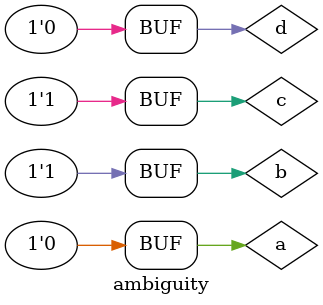
<source format=v>
module ambiguity;
reg a,b,c,d;
initial
begin
    $monitor(a,b,c,d);

a = 1'b0;
c = b;
end
initial
begin
    $monitor(a,b,c,d);
b = 1'b1;
d = a;
end
endmodule
</source>
